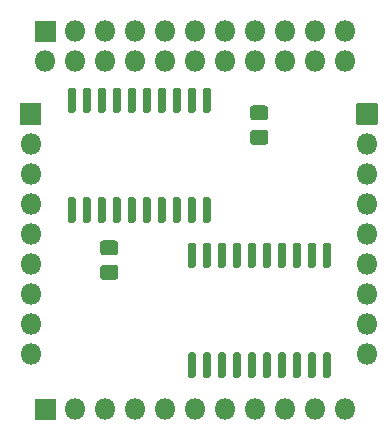
<source format=gbr>
G04 #@! TF.GenerationSoftware,KiCad,Pcbnew,5.1.9*
G04 #@! TF.CreationDate,2021-04-03T20:04:09+02:00*
G04 #@! TF.ProjectId,driverboard,64726976-6572-4626-9f61-72642e6b6963,rev?*
G04 #@! TF.SameCoordinates,Original*
G04 #@! TF.FileFunction,Soldermask,Bot*
G04 #@! TF.FilePolarity,Negative*
%FSLAX46Y46*%
G04 Gerber Fmt 4.6, Leading zero omitted, Abs format (unit mm)*
G04 Created by KiCad (PCBNEW 5.1.9) date 2021-04-03 20:04:09*
%MOMM*%
%LPD*%
G01*
G04 APERTURE LIST*
%ADD10O,1.802000X1.802000*%
G04 APERTURE END LIST*
G36*
G01*
X104905702Y-119779000D02*
X105914298Y-119779000D01*
G75*
G02*
X106186000Y-120050702I0J-271702D01*
G01*
X106186000Y-120784298D01*
G75*
G02*
X105914298Y-121056000I-271702J0D01*
G01*
X104905702Y-121056000D01*
G75*
G02*
X104634000Y-120784298I0J271702D01*
G01*
X104634000Y-120050702D01*
G75*
G02*
X104905702Y-119779000I271702J0D01*
G01*
G37*
G36*
G01*
X104905702Y-117704000D02*
X105914298Y-117704000D01*
G75*
G02*
X106186000Y-117975702I0J-271702D01*
G01*
X106186000Y-118709298D01*
G75*
G02*
X105914298Y-118981000I-271702J0D01*
G01*
X104905702Y-118981000D01*
G75*
G02*
X104634000Y-118709298I0J271702D01*
G01*
X104634000Y-117975702D01*
G75*
G02*
X104905702Y-117704000I271702J0D01*
G01*
G37*
G36*
G01*
X117605702Y-108349000D02*
X118614298Y-108349000D01*
G75*
G02*
X118886000Y-108620702I0J-271702D01*
G01*
X118886000Y-109354298D01*
G75*
G02*
X118614298Y-109626000I-271702J0D01*
G01*
X117605702Y-109626000D01*
G75*
G02*
X117334000Y-109354298I0J271702D01*
G01*
X117334000Y-108620702D01*
G75*
G02*
X117605702Y-108349000I271702J0D01*
G01*
G37*
G36*
G01*
X117605702Y-106274000D02*
X118614298Y-106274000D01*
G75*
G02*
X118886000Y-106545702I0J-271702D01*
G01*
X118886000Y-107279298D01*
G75*
G02*
X118614298Y-107551000I-271702J0D01*
G01*
X117605702Y-107551000D01*
G75*
G02*
X117334000Y-107279298I0J271702D01*
G01*
X117334000Y-106545702D01*
G75*
G02*
X117605702Y-106274000I271702J0D01*
G01*
G37*
G36*
G01*
X128151000Y-106150000D02*
X128151000Y-107850000D01*
G75*
G02*
X128100000Y-107901000I-51000J0D01*
G01*
X126400000Y-107901000D01*
G75*
G02*
X126349000Y-107850000I0J51000D01*
G01*
X126349000Y-106150000D01*
G75*
G02*
X126400000Y-106099000I51000J0D01*
G01*
X128100000Y-106099000D01*
G75*
G02*
X128151000Y-106150000I0J-51000D01*
G01*
G37*
D10*
X127250000Y-109540000D03*
X127250000Y-112080000D03*
X127250000Y-114620000D03*
X127250000Y-117160000D03*
X127250000Y-119700000D03*
X127250000Y-122240000D03*
X127250000Y-124780000D03*
X127250000Y-127320000D03*
G36*
G01*
X100850000Y-100901000D02*
X99150000Y-100901000D01*
G75*
G02*
X99099000Y-100850000I0J51000D01*
G01*
X99099000Y-99150000D01*
G75*
G02*
X99150000Y-99099000I51000J0D01*
G01*
X100850000Y-99099000D01*
G75*
G02*
X100901000Y-99150000I0J-51000D01*
G01*
X100901000Y-100850000D01*
G75*
G02*
X100850000Y-100901000I-51000J0D01*
G01*
G37*
X100000000Y-102540000D03*
X102540000Y-100000000D03*
X102540000Y-102540000D03*
X105080000Y-100000000D03*
X105080000Y-102540000D03*
X107620000Y-100000000D03*
X107620000Y-102540000D03*
X110160000Y-100000000D03*
X110160000Y-102540000D03*
X112700000Y-100000000D03*
X112700000Y-102540000D03*
X115240000Y-100000000D03*
X115240000Y-102540000D03*
X117780000Y-100000000D03*
X117780000Y-102540000D03*
X120320000Y-100000000D03*
X120320000Y-102540000D03*
X122860000Y-100000000D03*
X122860000Y-102540000D03*
X125400000Y-100000000D03*
X125400000Y-102540000D03*
G36*
G01*
X99651000Y-106150000D02*
X99651000Y-107850000D01*
G75*
G02*
X99600000Y-107901000I-51000J0D01*
G01*
X97900000Y-107901000D01*
G75*
G02*
X97849000Y-107850000I0J51000D01*
G01*
X97849000Y-106150000D01*
G75*
G02*
X97900000Y-106099000I51000J0D01*
G01*
X99600000Y-106099000D01*
G75*
G02*
X99651000Y-106150000I0J-51000D01*
G01*
G37*
X98750000Y-109540000D03*
X98750000Y-112080000D03*
X98750000Y-114620000D03*
X98750000Y-117160000D03*
X98750000Y-119700000D03*
X98750000Y-122240000D03*
X98750000Y-124780000D03*
X98750000Y-127320000D03*
G36*
G01*
X100850000Y-132901000D02*
X99150000Y-132901000D01*
G75*
G02*
X99099000Y-132850000I0J51000D01*
G01*
X99099000Y-131150000D01*
G75*
G02*
X99150000Y-131099000I51000J0D01*
G01*
X100850000Y-131099000D01*
G75*
G02*
X100901000Y-131150000I0J-51000D01*
G01*
X100901000Y-132850000D01*
G75*
G02*
X100850000Y-132901000I-51000J0D01*
G01*
G37*
X102540000Y-132000000D03*
X105080000Y-132000000D03*
X107620000Y-132000000D03*
X110160000Y-132000000D03*
X112700000Y-132000000D03*
X115240000Y-132000000D03*
X117780000Y-132000000D03*
X120320000Y-132000000D03*
X122860000Y-132000000D03*
X125400000Y-132000000D03*
G36*
G01*
X113840500Y-106916000D02*
X113489500Y-106916000D01*
G75*
G02*
X113314000Y-106740500I0J175500D01*
G01*
X113314000Y-104939500D01*
G75*
G02*
X113489500Y-104764000I175500J0D01*
G01*
X113840500Y-104764000D01*
G75*
G02*
X114016000Y-104939500I0J-175500D01*
G01*
X114016000Y-106740500D01*
G75*
G02*
X113840500Y-106916000I-175500J0D01*
G01*
G37*
G36*
G01*
X112570500Y-106916000D02*
X112219500Y-106916000D01*
G75*
G02*
X112044000Y-106740500I0J175500D01*
G01*
X112044000Y-104939500D01*
G75*
G02*
X112219500Y-104764000I175500J0D01*
G01*
X112570500Y-104764000D01*
G75*
G02*
X112746000Y-104939500I0J-175500D01*
G01*
X112746000Y-106740500D01*
G75*
G02*
X112570500Y-106916000I-175500J0D01*
G01*
G37*
G36*
G01*
X111300500Y-106916000D02*
X110949500Y-106916000D01*
G75*
G02*
X110774000Y-106740500I0J175500D01*
G01*
X110774000Y-104939500D01*
G75*
G02*
X110949500Y-104764000I175500J0D01*
G01*
X111300500Y-104764000D01*
G75*
G02*
X111476000Y-104939500I0J-175500D01*
G01*
X111476000Y-106740500D01*
G75*
G02*
X111300500Y-106916000I-175500J0D01*
G01*
G37*
G36*
G01*
X110030500Y-106916000D02*
X109679500Y-106916000D01*
G75*
G02*
X109504000Y-106740500I0J175500D01*
G01*
X109504000Y-104939500D01*
G75*
G02*
X109679500Y-104764000I175500J0D01*
G01*
X110030500Y-104764000D01*
G75*
G02*
X110206000Y-104939500I0J-175500D01*
G01*
X110206000Y-106740500D01*
G75*
G02*
X110030500Y-106916000I-175500J0D01*
G01*
G37*
G36*
G01*
X108760500Y-106916000D02*
X108409500Y-106916000D01*
G75*
G02*
X108234000Y-106740500I0J175500D01*
G01*
X108234000Y-104939500D01*
G75*
G02*
X108409500Y-104764000I175500J0D01*
G01*
X108760500Y-104764000D01*
G75*
G02*
X108936000Y-104939500I0J-175500D01*
G01*
X108936000Y-106740500D01*
G75*
G02*
X108760500Y-106916000I-175500J0D01*
G01*
G37*
G36*
G01*
X107490500Y-106916000D02*
X107139500Y-106916000D01*
G75*
G02*
X106964000Y-106740500I0J175500D01*
G01*
X106964000Y-104939500D01*
G75*
G02*
X107139500Y-104764000I175500J0D01*
G01*
X107490500Y-104764000D01*
G75*
G02*
X107666000Y-104939500I0J-175500D01*
G01*
X107666000Y-106740500D01*
G75*
G02*
X107490500Y-106916000I-175500J0D01*
G01*
G37*
G36*
G01*
X106220500Y-106916000D02*
X105869500Y-106916000D01*
G75*
G02*
X105694000Y-106740500I0J175500D01*
G01*
X105694000Y-104939500D01*
G75*
G02*
X105869500Y-104764000I175500J0D01*
G01*
X106220500Y-104764000D01*
G75*
G02*
X106396000Y-104939500I0J-175500D01*
G01*
X106396000Y-106740500D01*
G75*
G02*
X106220500Y-106916000I-175500J0D01*
G01*
G37*
G36*
G01*
X104950500Y-106916000D02*
X104599500Y-106916000D01*
G75*
G02*
X104424000Y-106740500I0J175500D01*
G01*
X104424000Y-104939500D01*
G75*
G02*
X104599500Y-104764000I175500J0D01*
G01*
X104950500Y-104764000D01*
G75*
G02*
X105126000Y-104939500I0J-175500D01*
G01*
X105126000Y-106740500D01*
G75*
G02*
X104950500Y-106916000I-175500J0D01*
G01*
G37*
G36*
G01*
X103680500Y-106916000D02*
X103329500Y-106916000D01*
G75*
G02*
X103154000Y-106740500I0J175500D01*
G01*
X103154000Y-104939500D01*
G75*
G02*
X103329500Y-104764000I175500J0D01*
G01*
X103680500Y-104764000D01*
G75*
G02*
X103856000Y-104939500I0J-175500D01*
G01*
X103856000Y-106740500D01*
G75*
G02*
X103680500Y-106916000I-175500J0D01*
G01*
G37*
G36*
G01*
X102410500Y-106916000D02*
X102059500Y-106916000D01*
G75*
G02*
X101884000Y-106740500I0J175500D01*
G01*
X101884000Y-104939500D01*
G75*
G02*
X102059500Y-104764000I175500J0D01*
G01*
X102410500Y-104764000D01*
G75*
G02*
X102586000Y-104939500I0J-175500D01*
G01*
X102586000Y-106740500D01*
G75*
G02*
X102410500Y-106916000I-175500J0D01*
G01*
G37*
G36*
G01*
X102410500Y-116216000D02*
X102059500Y-116216000D01*
G75*
G02*
X101884000Y-116040500I0J175500D01*
G01*
X101884000Y-114239500D01*
G75*
G02*
X102059500Y-114064000I175500J0D01*
G01*
X102410500Y-114064000D01*
G75*
G02*
X102586000Y-114239500I0J-175500D01*
G01*
X102586000Y-116040500D01*
G75*
G02*
X102410500Y-116216000I-175500J0D01*
G01*
G37*
G36*
G01*
X103680500Y-116216000D02*
X103329500Y-116216000D01*
G75*
G02*
X103154000Y-116040500I0J175500D01*
G01*
X103154000Y-114239500D01*
G75*
G02*
X103329500Y-114064000I175500J0D01*
G01*
X103680500Y-114064000D01*
G75*
G02*
X103856000Y-114239500I0J-175500D01*
G01*
X103856000Y-116040500D01*
G75*
G02*
X103680500Y-116216000I-175500J0D01*
G01*
G37*
G36*
G01*
X104950500Y-116216000D02*
X104599500Y-116216000D01*
G75*
G02*
X104424000Y-116040500I0J175500D01*
G01*
X104424000Y-114239500D01*
G75*
G02*
X104599500Y-114064000I175500J0D01*
G01*
X104950500Y-114064000D01*
G75*
G02*
X105126000Y-114239500I0J-175500D01*
G01*
X105126000Y-116040500D01*
G75*
G02*
X104950500Y-116216000I-175500J0D01*
G01*
G37*
G36*
G01*
X106220500Y-116216000D02*
X105869500Y-116216000D01*
G75*
G02*
X105694000Y-116040500I0J175500D01*
G01*
X105694000Y-114239500D01*
G75*
G02*
X105869500Y-114064000I175500J0D01*
G01*
X106220500Y-114064000D01*
G75*
G02*
X106396000Y-114239500I0J-175500D01*
G01*
X106396000Y-116040500D01*
G75*
G02*
X106220500Y-116216000I-175500J0D01*
G01*
G37*
G36*
G01*
X107490500Y-116216000D02*
X107139500Y-116216000D01*
G75*
G02*
X106964000Y-116040500I0J175500D01*
G01*
X106964000Y-114239500D01*
G75*
G02*
X107139500Y-114064000I175500J0D01*
G01*
X107490500Y-114064000D01*
G75*
G02*
X107666000Y-114239500I0J-175500D01*
G01*
X107666000Y-116040500D01*
G75*
G02*
X107490500Y-116216000I-175500J0D01*
G01*
G37*
G36*
G01*
X108760500Y-116216000D02*
X108409500Y-116216000D01*
G75*
G02*
X108234000Y-116040500I0J175500D01*
G01*
X108234000Y-114239500D01*
G75*
G02*
X108409500Y-114064000I175500J0D01*
G01*
X108760500Y-114064000D01*
G75*
G02*
X108936000Y-114239500I0J-175500D01*
G01*
X108936000Y-116040500D01*
G75*
G02*
X108760500Y-116216000I-175500J0D01*
G01*
G37*
G36*
G01*
X110030500Y-116216000D02*
X109679500Y-116216000D01*
G75*
G02*
X109504000Y-116040500I0J175500D01*
G01*
X109504000Y-114239500D01*
G75*
G02*
X109679500Y-114064000I175500J0D01*
G01*
X110030500Y-114064000D01*
G75*
G02*
X110206000Y-114239500I0J-175500D01*
G01*
X110206000Y-116040500D01*
G75*
G02*
X110030500Y-116216000I-175500J0D01*
G01*
G37*
G36*
G01*
X111300500Y-116216000D02*
X110949500Y-116216000D01*
G75*
G02*
X110774000Y-116040500I0J175500D01*
G01*
X110774000Y-114239500D01*
G75*
G02*
X110949500Y-114064000I175500J0D01*
G01*
X111300500Y-114064000D01*
G75*
G02*
X111476000Y-114239500I0J-175500D01*
G01*
X111476000Y-116040500D01*
G75*
G02*
X111300500Y-116216000I-175500J0D01*
G01*
G37*
G36*
G01*
X112570500Y-116216000D02*
X112219500Y-116216000D01*
G75*
G02*
X112044000Y-116040500I0J175500D01*
G01*
X112044000Y-114239500D01*
G75*
G02*
X112219500Y-114064000I175500J0D01*
G01*
X112570500Y-114064000D01*
G75*
G02*
X112746000Y-114239500I0J-175500D01*
G01*
X112746000Y-116040500D01*
G75*
G02*
X112570500Y-116216000I-175500J0D01*
G01*
G37*
G36*
G01*
X113840500Y-116216000D02*
X113489500Y-116216000D01*
G75*
G02*
X113314000Y-116040500I0J175500D01*
G01*
X113314000Y-114239500D01*
G75*
G02*
X113489500Y-114064000I175500J0D01*
G01*
X113840500Y-114064000D01*
G75*
G02*
X114016000Y-114239500I0J-175500D01*
G01*
X114016000Y-116040500D01*
G75*
G02*
X113840500Y-116216000I-175500J0D01*
G01*
G37*
G36*
G01*
X112219500Y-117894000D02*
X112570500Y-117894000D01*
G75*
G02*
X112746000Y-118069500I0J-175500D01*
G01*
X112746000Y-119870500D01*
G75*
G02*
X112570500Y-120046000I-175500J0D01*
G01*
X112219500Y-120046000D01*
G75*
G02*
X112044000Y-119870500I0J175500D01*
G01*
X112044000Y-118069500D01*
G75*
G02*
X112219500Y-117894000I175500J0D01*
G01*
G37*
G36*
G01*
X113489500Y-117894000D02*
X113840500Y-117894000D01*
G75*
G02*
X114016000Y-118069500I0J-175500D01*
G01*
X114016000Y-119870500D01*
G75*
G02*
X113840500Y-120046000I-175500J0D01*
G01*
X113489500Y-120046000D01*
G75*
G02*
X113314000Y-119870500I0J175500D01*
G01*
X113314000Y-118069500D01*
G75*
G02*
X113489500Y-117894000I175500J0D01*
G01*
G37*
G36*
G01*
X114759500Y-117894000D02*
X115110500Y-117894000D01*
G75*
G02*
X115286000Y-118069500I0J-175500D01*
G01*
X115286000Y-119870500D01*
G75*
G02*
X115110500Y-120046000I-175500J0D01*
G01*
X114759500Y-120046000D01*
G75*
G02*
X114584000Y-119870500I0J175500D01*
G01*
X114584000Y-118069500D01*
G75*
G02*
X114759500Y-117894000I175500J0D01*
G01*
G37*
G36*
G01*
X116029500Y-117894000D02*
X116380500Y-117894000D01*
G75*
G02*
X116556000Y-118069500I0J-175500D01*
G01*
X116556000Y-119870500D01*
G75*
G02*
X116380500Y-120046000I-175500J0D01*
G01*
X116029500Y-120046000D01*
G75*
G02*
X115854000Y-119870500I0J175500D01*
G01*
X115854000Y-118069500D01*
G75*
G02*
X116029500Y-117894000I175500J0D01*
G01*
G37*
G36*
G01*
X117299500Y-117894000D02*
X117650500Y-117894000D01*
G75*
G02*
X117826000Y-118069500I0J-175500D01*
G01*
X117826000Y-119870500D01*
G75*
G02*
X117650500Y-120046000I-175500J0D01*
G01*
X117299500Y-120046000D01*
G75*
G02*
X117124000Y-119870500I0J175500D01*
G01*
X117124000Y-118069500D01*
G75*
G02*
X117299500Y-117894000I175500J0D01*
G01*
G37*
G36*
G01*
X118569500Y-117894000D02*
X118920500Y-117894000D01*
G75*
G02*
X119096000Y-118069500I0J-175500D01*
G01*
X119096000Y-119870500D01*
G75*
G02*
X118920500Y-120046000I-175500J0D01*
G01*
X118569500Y-120046000D01*
G75*
G02*
X118394000Y-119870500I0J175500D01*
G01*
X118394000Y-118069500D01*
G75*
G02*
X118569500Y-117894000I175500J0D01*
G01*
G37*
G36*
G01*
X119839500Y-117894000D02*
X120190500Y-117894000D01*
G75*
G02*
X120366000Y-118069500I0J-175500D01*
G01*
X120366000Y-119870500D01*
G75*
G02*
X120190500Y-120046000I-175500J0D01*
G01*
X119839500Y-120046000D01*
G75*
G02*
X119664000Y-119870500I0J175500D01*
G01*
X119664000Y-118069500D01*
G75*
G02*
X119839500Y-117894000I175500J0D01*
G01*
G37*
G36*
G01*
X121109500Y-117894000D02*
X121460500Y-117894000D01*
G75*
G02*
X121636000Y-118069500I0J-175500D01*
G01*
X121636000Y-119870500D01*
G75*
G02*
X121460500Y-120046000I-175500J0D01*
G01*
X121109500Y-120046000D01*
G75*
G02*
X120934000Y-119870500I0J175500D01*
G01*
X120934000Y-118069500D01*
G75*
G02*
X121109500Y-117894000I175500J0D01*
G01*
G37*
G36*
G01*
X122379500Y-117894000D02*
X122730500Y-117894000D01*
G75*
G02*
X122906000Y-118069500I0J-175500D01*
G01*
X122906000Y-119870500D01*
G75*
G02*
X122730500Y-120046000I-175500J0D01*
G01*
X122379500Y-120046000D01*
G75*
G02*
X122204000Y-119870500I0J175500D01*
G01*
X122204000Y-118069500D01*
G75*
G02*
X122379500Y-117894000I175500J0D01*
G01*
G37*
G36*
G01*
X123649500Y-117894000D02*
X124000500Y-117894000D01*
G75*
G02*
X124176000Y-118069500I0J-175500D01*
G01*
X124176000Y-119870500D01*
G75*
G02*
X124000500Y-120046000I-175500J0D01*
G01*
X123649500Y-120046000D01*
G75*
G02*
X123474000Y-119870500I0J175500D01*
G01*
X123474000Y-118069500D01*
G75*
G02*
X123649500Y-117894000I175500J0D01*
G01*
G37*
G36*
G01*
X123649500Y-127194000D02*
X124000500Y-127194000D01*
G75*
G02*
X124176000Y-127369500I0J-175500D01*
G01*
X124176000Y-129170500D01*
G75*
G02*
X124000500Y-129346000I-175500J0D01*
G01*
X123649500Y-129346000D01*
G75*
G02*
X123474000Y-129170500I0J175500D01*
G01*
X123474000Y-127369500D01*
G75*
G02*
X123649500Y-127194000I175500J0D01*
G01*
G37*
G36*
G01*
X122379500Y-127194000D02*
X122730500Y-127194000D01*
G75*
G02*
X122906000Y-127369500I0J-175500D01*
G01*
X122906000Y-129170500D01*
G75*
G02*
X122730500Y-129346000I-175500J0D01*
G01*
X122379500Y-129346000D01*
G75*
G02*
X122204000Y-129170500I0J175500D01*
G01*
X122204000Y-127369500D01*
G75*
G02*
X122379500Y-127194000I175500J0D01*
G01*
G37*
G36*
G01*
X121109500Y-127194000D02*
X121460500Y-127194000D01*
G75*
G02*
X121636000Y-127369500I0J-175500D01*
G01*
X121636000Y-129170500D01*
G75*
G02*
X121460500Y-129346000I-175500J0D01*
G01*
X121109500Y-129346000D01*
G75*
G02*
X120934000Y-129170500I0J175500D01*
G01*
X120934000Y-127369500D01*
G75*
G02*
X121109500Y-127194000I175500J0D01*
G01*
G37*
G36*
G01*
X119839500Y-127194000D02*
X120190500Y-127194000D01*
G75*
G02*
X120366000Y-127369500I0J-175500D01*
G01*
X120366000Y-129170500D01*
G75*
G02*
X120190500Y-129346000I-175500J0D01*
G01*
X119839500Y-129346000D01*
G75*
G02*
X119664000Y-129170500I0J175500D01*
G01*
X119664000Y-127369500D01*
G75*
G02*
X119839500Y-127194000I175500J0D01*
G01*
G37*
G36*
G01*
X118569500Y-127194000D02*
X118920500Y-127194000D01*
G75*
G02*
X119096000Y-127369500I0J-175500D01*
G01*
X119096000Y-129170500D01*
G75*
G02*
X118920500Y-129346000I-175500J0D01*
G01*
X118569500Y-129346000D01*
G75*
G02*
X118394000Y-129170500I0J175500D01*
G01*
X118394000Y-127369500D01*
G75*
G02*
X118569500Y-127194000I175500J0D01*
G01*
G37*
G36*
G01*
X117299500Y-127194000D02*
X117650500Y-127194000D01*
G75*
G02*
X117826000Y-127369500I0J-175500D01*
G01*
X117826000Y-129170500D01*
G75*
G02*
X117650500Y-129346000I-175500J0D01*
G01*
X117299500Y-129346000D01*
G75*
G02*
X117124000Y-129170500I0J175500D01*
G01*
X117124000Y-127369500D01*
G75*
G02*
X117299500Y-127194000I175500J0D01*
G01*
G37*
G36*
G01*
X116029500Y-127194000D02*
X116380500Y-127194000D01*
G75*
G02*
X116556000Y-127369500I0J-175500D01*
G01*
X116556000Y-129170500D01*
G75*
G02*
X116380500Y-129346000I-175500J0D01*
G01*
X116029500Y-129346000D01*
G75*
G02*
X115854000Y-129170500I0J175500D01*
G01*
X115854000Y-127369500D01*
G75*
G02*
X116029500Y-127194000I175500J0D01*
G01*
G37*
G36*
G01*
X114759500Y-127194000D02*
X115110500Y-127194000D01*
G75*
G02*
X115286000Y-127369500I0J-175500D01*
G01*
X115286000Y-129170500D01*
G75*
G02*
X115110500Y-129346000I-175500J0D01*
G01*
X114759500Y-129346000D01*
G75*
G02*
X114584000Y-129170500I0J175500D01*
G01*
X114584000Y-127369500D01*
G75*
G02*
X114759500Y-127194000I175500J0D01*
G01*
G37*
G36*
G01*
X113489500Y-127194000D02*
X113840500Y-127194000D01*
G75*
G02*
X114016000Y-127369500I0J-175500D01*
G01*
X114016000Y-129170500D01*
G75*
G02*
X113840500Y-129346000I-175500J0D01*
G01*
X113489500Y-129346000D01*
G75*
G02*
X113314000Y-129170500I0J175500D01*
G01*
X113314000Y-127369500D01*
G75*
G02*
X113489500Y-127194000I175500J0D01*
G01*
G37*
G36*
G01*
X112219500Y-127194000D02*
X112570500Y-127194000D01*
G75*
G02*
X112746000Y-127369500I0J-175500D01*
G01*
X112746000Y-129170500D01*
G75*
G02*
X112570500Y-129346000I-175500J0D01*
G01*
X112219500Y-129346000D01*
G75*
G02*
X112044000Y-129170500I0J175500D01*
G01*
X112044000Y-127369500D01*
G75*
G02*
X112219500Y-127194000I175500J0D01*
G01*
G37*
M02*

</source>
